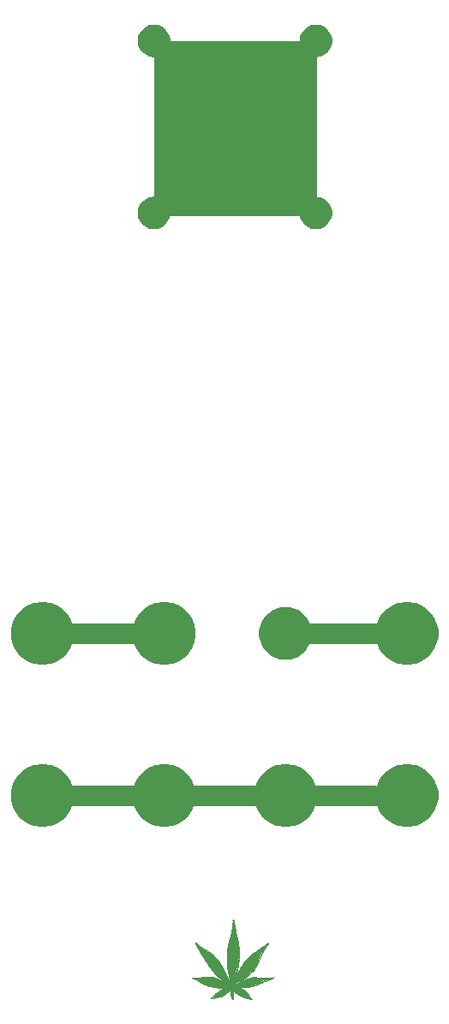
<source format=gbr>
G04 #@! TF.GenerationSoftware,KiCad,Pcbnew,(5.1.5-0)*
G04 #@! TF.CreationDate,2021-01-20T20:41:00-08:00*
G04 #@! TF.ProjectId,arseq,61727365-712e-46b6-9963-61645f706362,rev?*
G04 #@! TF.SameCoordinates,Original*
G04 #@! TF.FileFunction,Soldermask,Top*
G04 #@! TF.FilePolarity,Negative*
%FSLAX46Y46*%
G04 Gerber Fmt 4.6, Leading zero omitted, Abs format (unit mm)*
G04 Created by KiCad (PCBNEW (5.1.5-0)) date 2021-01-20 20:41:00*
%MOMM*%
%LPD*%
G04 APERTURE LIST*
%ADD10C,0.100000*%
%ADD11C,2.000000*%
%ADD12C,0.000002*%
%ADD13C,0.001000*%
G04 APERTURE END LIST*
D10*
G36*
X33750000Y-47500000D02*
G01*
X17750000Y-47500000D01*
X17750000Y-30250000D01*
X33750000Y-30250000D01*
X33750000Y-47500000D01*
G37*
X33750000Y-47500000D02*
X17750000Y-47500000D01*
X17750000Y-30250000D01*
X33750000Y-30250000D01*
X33750000Y-47500000D01*
D11*
X17750000Y-88750000D02*
X7750000Y-88750000D01*
X42000000Y-88750000D02*
X32000000Y-88750000D01*
X39500000Y-104750000D02*
X9500000Y-104750000D01*
D10*
G36*
X26160400Y-123747650D02*
G01*
X26712850Y-124027050D01*
X27039875Y-124354075D01*
X27174813Y-124584263D01*
X27406588Y-124854138D01*
X27100200Y-124770000D01*
X26846200Y-124693800D01*
X26668400Y-124630300D01*
X26293750Y-124496950D01*
X25934975Y-124303275D01*
X25674625Y-124017525D01*
X25550800Y-123855600D01*
X25614300Y-123893700D01*
X25588900Y-123830200D01*
X25652400Y-123658750D01*
X26160400Y-123747650D01*
G37*
X26160400Y-123747650D02*
X26712850Y-124027050D01*
X27039875Y-124354075D01*
X27174813Y-124584263D01*
X27406588Y-124854138D01*
X27100200Y-124770000D01*
X26846200Y-124693800D01*
X26668400Y-124630300D01*
X26293750Y-124496950D01*
X25934975Y-124303275D01*
X25674625Y-124017525D01*
X25550800Y-123855600D01*
X25614300Y-123893700D01*
X25588900Y-123830200D01*
X25652400Y-123658750D01*
X26160400Y-123747650D01*
G36*
X25366650Y-123766700D02*
G01*
X24998350Y-124198500D01*
X24560200Y-124471550D01*
X24179200Y-124611250D01*
X23429900Y-124776350D01*
X23912500Y-124249300D01*
X24306200Y-123982600D01*
X24674500Y-123779400D01*
X25144400Y-123703200D01*
X25169800Y-123703200D01*
X25366650Y-123766700D01*
G37*
X25366650Y-123766700D02*
X24998350Y-124198500D01*
X24560200Y-124471550D01*
X24179200Y-124611250D01*
X23429900Y-124776350D01*
X23912500Y-124249300D01*
X24306200Y-123982600D01*
X24674500Y-123779400D01*
X25144400Y-123703200D01*
X25169800Y-123703200D01*
X25366650Y-123766700D01*
G36*
X28573400Y-122738000D02*
G01*
X29005200Y-122763400D01*
X29583207Y-122773943D01*
X28903600Y-122928500D01*
X28471800Y-123119000D01*
X28128900Y-123334900D01*
X27709800Y-123500000D01*
X27176400Y-123588900D01*
X26731900Y-123614300D01*
X26154050Y-123595250D01*
X25576200Y-123576200D01*
X25512700Y-123500000D01*
X25728600Y-123436500D01*
X25735585Y-123385700D01*
X26051815Y-123258700D01*
X26585850Y-123030100D01*
X27138300Y-122826900D01*
X27532000Y-122712600D01*
X27976500Y-122712600D01*
X28573400Y-122738000D01*
G37*
X28573400Y-122738000D02*
X29005200Y-122763400D01*
X29583207Y-122773943D01*
X28903600Y-122928500D01*
X28471800Y-123119000D01*
X28128900Y-123334900D01*
X27709800Y-123500000D01*
X27176400Y-123588900D01*
X26731900Y-123614300D01*
X26154050Y-123595250D01*
X25576200Y-123576200D01*
X25512700Y-123500000D01*
X25728600Y-123436500D01*
X25735585Y-123385700D01*
X26051815Y-123258700D01*
X26585850Y-123030100D01*
X27138300Y-122826900D01*
X27532000Y-122712600D01*
X27976500Y-122712600D01*
X28573400Y-122738000D01*
G36*
X28560700Y-120083700D02*
G01*
X28319400Y-120579000D01*
X28116200Y-121036200D01*
X27855850Y-121556900D01*
X27582800Y-121912500D01*
X27271650Y-122325250D01*
X26801750Y-122718950D01*
X26300100Y-123055500D01*
X25195200Y-123652400D01*
X25220600Y-123322200D01*
X25525400Y-123271400D01*
X25773050Y-122833250D01*
X25988950Y-122369700D01*
X26154050Y-122039500D01*
X26338200Y-121747400D01*
X26503300Y-121429900D01*
X26782700Y-121074300D01*
X27062100Y-120756800D01*
X27392300Y-120464700D01*
X27735200Y-120236100D01*
X28116200Y-119982100D01*
X28509900Y-119715400D01*
X29043300Y-119321700D01*
X28560700Y-120083700D01*
G37*
X28560700Y-120083700D02*
X28319400Y-120579000D01*
X28116200Y-121036200D01*
X27855850Y-121556900D01*
X27582800Y-121912500D01*
X27271650Y-122325250D01*
X26801750Y-122718950D01*
X26300100Y-123055500D01*
X25195200Y-123652400D01*
X25220600Y-123322200D01*
X25525400Y-123271400D01*
X25773050Y-122833250D01*
X25988950Y-122369700D01*
X26154050Y-122039500D01*
X26338200Y-121747400D01*
X26503300Y-121429900D01*
X26782700Y-121074300D01*
X27062100Y-120756800D01*
X27392300Y-120464700D01*
X27735200Y-120236100D01*
X28116200Y-119982100D01*
X28509900Y-119715400D01*
X29043300Y-119321700D01*
X28560700Y-120083700D01*
G36*
X25715900Y-117950100D02*
G01*
X25817500Y-118432700D01*
X25931800Y-118889900D01*
X26014350Y-119220100D01*
X26077850Y-119601100D01*
X26122300Y-120121800D01*
X26122300Y-120655200D01*
X26071500Y-121239400D01*
X26008000Y-121760100D01*
X25865125Y-122255400D01*
X25566675Y-123271400D01*
X25353950Y-123220600D01*
X25119000Y-122306200D01*
X24945962Y-121442600D01*
X24961837Y-120655200D01*
X25014225Y-119994800D01*
X25176150Y-119220100D01*
X25411100Y-118407300D01*
X25538100Y-117632600D01*
X25601600Y-117111900D01*
X25715900Y-117950100D01*
G37*
X25715900Y-117950100D02*
X25817500Y-118432700D01*
X25931800Y-118889900D01*
X26014350Y-119220100D01*
X26077850Y-119601100D01*
X26122300Y-120121800D01*
X26122300Y-120655200D01*
X26071500Y-121239400D01*
X26008000Y-121760100D01*
X25865125Y-122255400D01*
X25566675Y-123271400D01*
X25353950Y-123220600D01*
X25119000Y-122306200D01*
X24945962Y-121442600D01*
X24961837Y-120655200D01*
X25014225Y-119994800D01*
X25176150Y-119220100D01*
X25411100Y-118407300D01*
X25538100Y-117632600D01*
X25601600Y-117111900D01*
X25715900Y-117950100D01*
G36*
X22096400Y-119524900D02*
G01*
X22413900Y-119766200D01*
X22979050Y-120083700D01*
X23575950Y-120515500D01*
X23950600Y-120896500D01*
X24350650Y-121461650D01*
X24947550Y-122642750D01*
X25246000Y-123207900D01*
X25258700Y-123220600D01*
X24928500Y-123246000D01*
X24826900Y-123195200D01*
X24471300Y-122947550D01*
X24064900Y-122579250D01*
X23734700Y-122230000D01*
X23379100Y-121798200D01*
X23099700Y-121379100D01*
X22909200Y-121125100D01*
X22655200Y-120667900D01*
X22401200Y-120299600D01*
X22159900Y-119880500D01*
X21880500Y-119321700D01*
X22096400Y-119524900D01*
G37*
X22096400Y-119524900D02*
X22413900Y-119766200D01*
X22979050Y-120083700D01*
X23575950Y-120515500D01*
X23950600Y-120896500D01*
X24350650Y-121461650D01*
X24947550Y-122642750D01*
X25246000Y-123207900D01*
X25258700Y-123220600D01*
X24928500Y-123246000D01*
X24826900Y-123195200D01*
X24471300Y-122947550D01*
X24064900Y-122579250D01*
X23734700Y-122230000D01*
X23379100Y-121798200D01*
X23099700Y-121379100D01*
X22909200Y-121125100D01*
X22655200Y-120667900D01*
X22401200Y-120299600D01*
X22159900Y-119880500D01*
X21880500Y-119321700D01*
X22096400Y-119524900D01*
G36*
X23502925Y-122703075D02*
G01*
X23839475Y-122798325D01*
X24103000Y-122890400D01*
X24801500Y-123296800D01*
X24831980Y-123324740D01*
X24839600Y-123309500D01*
X24839600Y-123322200D01*
X24831980Y-123324740D01*
X24750700Y-123487300D01*
X25144400Y-123627000D01*
X24934850Y-123652400D01*
X24541150Y-123677800D01*
X24064900Y-123677800D01*
X23620400Y-123614300D01*
X23137800Y-123500000D01*
X22744100Y-123385700D01*
X22337700Y-123157100D01*
X22020200Y-122928500D01*
X21613800Y-122801500D01*
X22261500Y-122750700D01*
X22794900Y-122712600D01*
X23258450Y-122706250D01*
X23502925Y-122703075D01*
G37*
X23502925Y-122703075D02*
X23839475Y-122798325D01*
X24103000Y-122890400D01*
X24801500Y-123296800D01*
X24831980Y-123324740D01*
X24839600Y-123309500D01*
X24839600Y-123322200D01*
X24831980Y-123324740D01*
X24750700Y-123487300D01*
X25144400Y-123627000D01*
X24934850Y-123652400D01*
X24541150Y-123677800D01*
X24064900Y-123677800D01*
X23620400Y-123614300D01*
X23137800Y-123500000D01*
X22744100Y-123385700D01*
X22337700Y-123157100D01*
X22020200Y-122928500D01*
X21613800Y-122801500D01*
X22261500Y-122750700D01*
X22794900Y-122712600D01*
X23258450Y-122706250D01*
X23502925Y-122703075D01*
G36*
X25500000Y-123284100D02*
G01*
X25288862Y-123477775D01*
X25507937Y-123573025D01*
X26258825Y-124115950D01*
X26077850Y-124211200D01*
X25500000Y-123754000D01*
X25512700Y-124846200D01*
X25398400Y-124706500D01*
X25392050Y-123817500D01*
X25436500Y-123817500D01*
X25055500Y-123601600D01*
X24769750Y-123449200D01*
X24934850Y-123169800D01*
X25500000Y-123284100D01*
G37*
X25500000Y-123284100D02*
X25288862Y-123477775D01*
X25507937Y-123573025D01*
X26258825Y-124115950D01*
X26077850Y-124211200D01*
X25500000Y-123754000D01*
X25512700Y-124846200D01*
X25398400Y-124706500D01*
X25392050Y-123817500D01*
X25436500Y-123817500D01*
X25055500Y-123601600D01*
X24769750Y-123449200D01*
X24934850Y-123169800D01*
X25500000Y-123284100D01*
D12*
X24979586Y-121596968D02*
X24986414Y-121663404D01*
X21560628Y-122785206D02*
G75*
G02X21562745Y-122780474I8833J-1112D01*
G01*
X21562745Y-122780475D02*
G75*
G02X21567170Y-122777659I6961J-6056D01*
G01*
X21567171Y-122777659D02*
G75*
G02X21576272Y-122775641I21302J-74534D01*
G01*
X21619176Y-122769928D02*
X21576272Y-122775641D01*
X21675382Y-122764579D02*
X21619176Y-122769928D01*
X21749523Y-122759059D02*
X21675382Y-122764579D01*
X21850810Y-122752773D02*
X21749523Y-122759059D01*
X21964250Y-122745535D02*
X21850810Y-122752773D01*
X22055159Y-122738329D02*
X21964250Y-122745535D01*
X22135946Y-122730142D02*
X22055159Y-122738329D01*
X22217522Y-122719967D02*
X22135946Y-122730142D01*
X22295588Y-122710763D02*
X22217522Y-122719967D01*
X22394548Y-122701810D02*
X22295588Y-122710763D01*
X22502731Y-122693949D02*
X22394548Y-122701810D01*
X22610022Y-122688039D02*
X22502731Y-122693949D01*
X22658893Y-122685783D02*
X22610022Y-122688039D01*
X22728084Y-122682592D02*
X22658893Y-122685783D01*
X22803746Y-122679104D02*
X22728084Y-122682592D01*
X22875022Y-122675821D02*
X22803746Y-122679104D01*
X23042892Y-122668843D02*
X22875022Y-122675821D01*
X23217753Y-122663052D02*
X23042892Y-122668843D01*
X23391324Y-122658069D02*
X23217753Y-122663052D01*
X23391324Y-122658069D02*
G75*
G02X23400393Y-122660507I462J-16364D01*
G01*
X23403889Y-122661762D02*
G75*
G02X23400393Y-122660507I1209J8867D01*
G01*
X23419388Y-122663775D02*
X23403889Y-122661762D01*
X23437771Y-122665819D02*
X23419388Y-122663775D01*
X23458715Y-122667713D02*
X23437771Y-122665819D01*
X24970054Y-121487481D02*
X24972649Y-121517124D01*
X26112378Y-123647086D02*
X26157522Y-123650622D01*
X26063537Y-123643388D02*
X26112378Y-123647086D01*
X26018194Y-123640058D02*
X26063537Y-123643388D01*
X25985022Y-123637755D02*
X26018194Y-123640058D01*
X25953615Y-123635486D02*
X25985022Y-123637755D01*
X25914584Y-123632326D02*
X25953615Y-123635486D01*
X25874606Y-123628849D02*
X25914584Y-123632326D01*
X25840022Y-123625579D02*
X25874606Y-123628849D01*
X25778512Y-123620402D02*
X25840022Y-123625579D01*
X25726901Y-123618134D02*
X25778512Y-123620402D01*
X24331364Y-121380665D02*
X24202584Y-121173051D01*
X24460123Y-121610277D02*
X24331364Y-121380665D01*
X25763811Y-123644985D02*
X25725611Y-123637712D01*
X25801820Y-123651668D02*
X25763811Y-123644985D01*
X25827522Y-123655429D02*
X25801820Y-123651668D01*
X25827522Y-123655429D02*
G75*
G02X25915850Y-123671576I-96572J-777952D01*
G01*
X26042223Y-123704860D02*
X25915850Y-123671576D01*
X26181550Y-123747366D02*
X26042223Y-123704860D01*
X26315022Y-123794009D02*
X26181550Y-123747366D01*
X26358649Y-123811046D02*
X26315022Y-123794009D01*
X26404637Y-123830487D02*
X26358649Y-123811046D01*
X26452079Y-123851930D02*
X26404637Y-123830487D01*
X26500085Y-123874987D02*
X26452079Y-123851930D01*
X26500085Y-123874988D02*
G75*
G02X26652408Y-123962179I-639105J-1293158D01*
G01*
X25100081Y-122347260D02*
X25102098Y-122357528D01*
X28120021Y-121015299D02*
G75*
G02X28119743Y-121016562I-3003J0D01*
G01*
X28111209Y-121034952D02*
X28119743Y-121016562D01*
X28101523Y-121055632D02*
X28111209Y-121034952D01*
X28090022Y-121079870D02*
X28101523Y-121055632D01*
X28078521Y-121104146D02*
X28090022Y-121079870D01*
X28068834Y-121124951D02*
X28078521Y-121104146D01*
X28060385Y-121143329D02*
X28068834Y-121124951D01*
X28060021Y-121144995D02*
G75*
G02X28060385Y-121143329I3995J0D01*
G01*
X28060021Y-121144995D02*
G75*
G02X28059292Y-121148297I-7840J0D01*
G01*
X28020677Y-121231421D02*
X28059292Y-121148297D01*
X27977758Y-121323339D02*
X28020677Y-121231421D01*
X27927442Y-121430277D02*
X27977758Y-121323339D01*
X27904537Y-121478174D02*
X27927442Y-121430277D01*
X27876801Y-121534980D02*
X27904537Y-121478174D01*
X27847730Y-121593998D02*
X27876801Y-121534980D01*
X27847731Y-121593997D02*
G75*
G02X27845022Y-121597777I-12801J6311D01*
G01*
X27843589Y-121599614D02*
G75*
G02X27845022Y-121597777I8150J-4881D01*
G01*
X27840177Y-121605418D02*
X27843588Y-121599615D01*
X27836238Y-121612435D02*
X27840177Y-121605418D01*
X27832041Y-121620277D02*
X27836238Y-121612435D01*
X27823008Y-121637116D02*
X27832041Y-121620277D01*
X27812309Y-121656309D02*
X27823008Y-121637116D01*
X27801117Y-121675799D02*
X27812309Y-121656309D01*
X27790563Y-121693576D02*
X27801117Y-121675799D01*
X27786359Y-121700601D02*
X27790563Y-121693576D01*
X27779895Y-121711546D02*
X27786359Y-121700601D01*
X27772630Y-121723921D02*
X27779895Y-121711546D01*
X27765538Y-121736076D02*
X27772630Y-121723921D01*
X27765539Y-121736076D02*
G75*
G02X27676513Y-121874537I-1594117J927112D01*
G01*
X27560765Y-122028716D02*
X27676513Y-121874537D01*
X27429379Y-122185115D02*
X27560765Y-122028716D01*
X27292561Y-122330767D02*
X27429379Y-122185115D01*
X27292561Y-122330767D02*
G75*
G02X27012462Y-122588051I-2992746J2977019D01*
G01*
X26702444Y-122826945D02*
X27012462Y-122588051D01*
X26346530Y-123058868D02*
X26702444Y-122826945D01*
X25927522Y-123295384D02*
X26346530Y-123058868D01*
X25907210Y-123306206D02*
X25927522Y-123295384D01*
X25883256Y-123319049D02*
X25907210Y-123306206D01*
X25859541Y-123331825D02*
X25883256Y-123319049D01*
X25840022Y-123342411D02*
X25859541Y-123331825D01*
X25822766Y-123351769D02*
X25840022Y-123342411D01*
X25806062Y-123360749D02*
X25822766Y-123351769D01*
X25791782Y-123368359D02*
X25806062Y-123360749D01*
X25784097Y-123372337D02*
X25791782Y-123368359D01*
X25767847Y-123382144D02*
G75*
G02X25784097Y-123372337I73169J-102870D01*
G01*
X25751467Y-123395234D02*
G75*
G02X25767847Y-123382145I125077J-139731D01*
G01*
X25738112Y-123408375D02*
G75*
G02X25751467Y-123395234I145858J-134885D01*
G01*
X25735021Y-123416267D02*
G75*
G02X25738111Y-123408375I11624J0D01*
G01*
X25735871Y-123419781D02*
G75*
G02X25735022Y-123416267I6849J3514D01*
G01*
X25738155Y-123421737D02*
G75*
G02X25735870Y-123419780I1247J3768D01*
G01*
X25742397Y-123422198D02*
G75*
G02X25738155Y-123421737I-1044J10127D01*
G01*
X25749641Y-123421103D02*
G75*
G02X25742398Y-123422199I-15184J75919D01*
G01*
X25768149Y-123415366D02*
G75*
G02X25749641Y-123421104I-36945J86448D01*
G01*
X25828992Y-123389023D02*
X25768149Y-123415366D01*
X25896972Y-123358528D02*
X25828992Y-123389023D01*
X25965022Y-123326643D02*
X25896972Y-123358528D01*
X25988044Y-123315656D02*
X25965022Y-123326643D01*
X26013850Y-123303400D02*
X25988044Y-123315656D01*
X26038478Y-123291750D02*
X26013850Y-123303400D01*
X26057522Y-123282798D02*
X26038478Y-123291750D01*
X26077497Y-123273393D02*
X26057522Y-123282798D01*
X26105600Y-123260054D02*
X26077497Y-123273393D01*
X26136247Y-123245444D02*
X26105600Y-123260054D01*
X26165022Y-123231661D02*
X26136247Y-123245444D01*
X26219936Y-123205361D02*
X26165022Y-123231661D01*
X26261702Y-123185535D02*
X26219936Y-123205361D01*
X26296707Y-123169148D02*
X26261702Y-123185535D01*
X26330022Y-123153816D02*
X26296707Y-123169148D01*
X26365354Y-123137574D02*
X26330022Y-123153816D01*
X26431774Y-123106749D02*
X26365354Y-123137574D01*
X26499694Y-123075132D02*
X26431774Y-123106749D01*
X26547522Y-123052733D02*
X26499694Y-123075132D01*
X26694502Y-122984657D02*
X26547522Y-123052733D01*
X26845333Y-122916903D02*
X26694502Y-122984657D01*
X26983653Y-122856658D02*
X26845333Y-122916903D01*
X27090022Y-122812680D02*
X26983653Y-122856658D01*
X27143337Y-122791611D02*
X27090022Y-122812680D01*
X27178135Y-122778359D02*
X27143337Y-122791611D01*
X27207932Y-122767769D02*
X27178135Y-122778359D01*
X27242522Y-122756289D02*
X27207932Y-122767769D01*
X27301620Y-122738467D02*
X27242522Y-122756289D01*
X27363071Y-122722384D02*
X27301620Y-122738467D01*
X27424574Y-122708597D02*
X27363071Y-122722384D01*
X27483822Y-122697669D02*
X27424574Y-122708597D01*
X27525789Y-122691782D02*
X27483822Y-122697669D01*
X27561324Y-122688975D02*
X27525789Y-122691782D01*
X27605896Y-122688261D02*
X27561324Y-122688975D01*
X27686322Y-122689370D02*
X27605896Y-122688261D01*
X27743234Y-122690735D02*
X27686322Y-122689370D01*
X27801607Y-122692737D02*
X27743234Y-122690735D01*
X27853546Y-122695032D02*
X27801607Y-122692737D01*
X27887522Y-122697267D02*
X27853546Y-122695032D01*
X27918287Y-122699702D02*
X27887522Y-122697267D01*
X27957662Y-122702627D02*
X27918287Y-122699702D01*
X27998691Y-122705545D02*
X27957662Y-122702627D01*
X28035022Y-122707990D02*
X27998691Y-122705545D01*
X28072057Y-122710418D02*
X28035022Y-122707990D01*
X28115318Y-122713293D02*
X28072057Y-122710418D01*
X28157867Y-122716150D02*
X28115318Y-122713293D01*
X28192522Y-122718510D02*
X28157867Y-122716150D01*
X28245145Y-122720680D02*
X28192522Y-122718510D01*
X28437897Y-122723130D02*
X28245145Y-122720680D01*
X28666132Y-122725346D02*
X28437897Y-122723130D01*
X28922522Y-122726997D02*
X28666132Y-122725346D01*
X29260194Y-122728974D02*
X28922522Y-122726997D01*
X29446598Y-122730953D02*
X29260194Y-122728974D01*
X29575267Y-122733028D02*
X29446598Y-122730953D01*
X29575267Y-122733028D02*
G75*
G02X29588772Y-122736729I-500J-28318D01*
G01*
X29588772Y-122736728D02*
G75*
G02X29597766Y-122745160I-13045J-22929D01*
G01*
X29597766Y-122745160D02*
G75*
G02X29600023Y-122755412I-12281J-8079D01*
G01*
X29600023Y-122755413D02*
G75*
G02X29594871Y-122765674I-18220J2725D01*
G01*
X29594870Y-122765673D02*
G75*
G02X29583207Y-122773943I-29662J29474D01*
G01*
X29583208Y-122773944D02*
G75*
G02X29565174Y-122781131I-63623J133418D01*
G01*
X29500776Y-122801805D02*
X29565174Y-122781131D01*
X29438093Y-122821392D02*
X29500776Y-122801805D01*
X29402522Y-122831377D02*
X29438093Y-122821392D01*
X29273171Y-122868169D02*
X29402522Y-122831377D01*
X29098786Y-122925203D02*
X29273171Y-122868169D01*
X28919767Y-122988251D02*
X29098786Y-122925203D01*
X28772522Y-123045274D02*
X28919767Y-122988251D01*
X28649199Y-123098078D02*
X28772522Y-123045274D01*
X28503927Y-123164591D02*
X28649199Y-123098078D01*
X28362600Y-123232490D02*
X28503927Y-123164591D01*
X28252522Y-123289199D02*
X28362600Y-123232490D01*
X28118504Y-123360433D02*
X28252522Y-123289199D01*
X28033440Y-123402696D02*
X28118504Y-123360433D01*
X27958987Y-123435131D02*
X28033440Y-123402696D01*
X27867522Y-123470178D02*
X27958987Y-123435131D01*
X27792423Y-123497307D02*
X27867522Y-123470178D01*
X27752851Y-123510723D02*
X27792423Y-123497307D01*
X27713400Y-123522598D02*
X27752851Y-123510723D01*
X27640022Y-123543034D02*
X27713400Y-123522598D01*
X27520804Y-123572545D02*
X27640022Y-123543034D01*
X27383620Y-123600279D02*
X27520804Y-123572545D01*
X27245884Y-123623156D02*
X27383620Y-123600279D01*
X27125022Y-123637838D02*
X27245884Y-123623156D01*
X27101013Y-123640138D02*
X27125022Y-123637838D01*
X27066506Y-123643487D02*
X27101013Y-123640138D01*
X27028547Y-123647195D02*
X27066506Y-123643487D01*
X26992522Y-123650739D02*
X27028547Y-123647195D01*
X26858935Y-123658145D02*
X26992522Y-123650739D01*
X26586190Y-123659806D02*
X26858935Y-123658145D01*
X26313070Y-123657895D02*
X26586190Y-123659806D01*
X26157522Y-123650622D02*
X26313070Y-123657895D01*
X25684700Y-123617876D02*
X25726901Y-123618134D01*
X25680021Y-123622584D02*
G75*
G02X25684700Y-123617876I4709J-1D01*
G01*
X25681145Y-123624719D02*
G75*
G02X25680022Y-123622585I1466J2134D01*
G01*
X25685529Y-123627293D02*
G75*
G02X25681144Y-123624719I15819J31971D01*
G01*
X24610636Y-121888155D02*
X24594341Y-121858062D01*
X24621221Y-121907777D02*
X24610636Y-121888155D01*
X26011249Y-122283226D02*
X25964982Y-122380277D01*
X26096807Y-122112328D02*
X26011249Y-122283226D01*
X26183548Y-121941636D02*
X26096807Y-122112328D01*
X26224269Y-121866527D02*
X26183548Y-121941636D01*
X26238678Y-121841366D02*
X26224269Y-121866527D01*
X26249929Y-121821636D02*
X26238678Y-121841366D01*
X26259609Y-121804555D02*
X26249929Y-121821636D01*
X26269048Y-121787777D02*
X26259609Y-121804555D01*
X26275983Y-121775624D02*
X26269048Y-121787777D01*
X26287590Y-121755731D02*
X26275983Y-121775624D01*
X26300976Y-121732985D02*
X26287590Y-121755731D01*
X26314458Y-121710277D02*
X26300976Y-121732985D01*
X26327575Y-121688268D02*
X26314458Y-121710277D01*
X26339864Y-121667624D02*
X26327575Y-121688268D01*
X26350197Y-121650243D02*
X26339864Y-121667624D01*
X26354889Y-121642307D02*
X26350197Y-121650243D01*
X26399259Y-121570233D02*
X26354889Y-121642307D01*
X26462393Y-121473837D02*
X26399259Y-121570233D01*
X26529939Y-121374271D02*
X26462393Y-121473837D01*
X26589543Y-121290277D02*
X26529939Y-121374271D01*
X26646819Y-121213641D02*
X26589543Y-121290277D01*
X26717177Y-121123061D02*
X26646819Y-121213641D01*
X26784639Y-121038542D02*
X26717177Y-121123061D01*
X26827847Y-120987777D02*
X26784639Y-121038542D01*
X28135064Y-120981889D02*
X28144416Y-120961958D01*
X28127187Y-120998945D02*
X28135064Y-120981889D01*
X28120294Y-121014044D02*
X28127187Y-120998945D01*
X28120022Y-121015299D02*
G75*
G02X28120294Y-121014044I3026J0D01*
G01*
X24575985Y-121824222D02*
X24558037Y-121791194D01*
X24594341Y-121858062D02*
X24575985Y-121824222D01*
X27412904Y-124882618D02*
G75*
G02X27412962Y-124890934I-10582J-4233D01*
G01*
X27412961Y-124890934D02*
G75*
G02X27410571Y-124893771I-5287J2029D01*
G01*
X27410571Y-124893771D02*
G75*
G02X27405675Y-124895933I-11328J19028D01*
G01*
X27405675Y-124895934D02*
G75*
G02X27398837Y-124897326I-10822J35655D01*
G01*
X27398838Y-124897325D02*
G75*
G02X27390414Y-124897777I-8424J78322D01*
G01*
X25893609Y-122541378D02*
X25885721Y-122560277D01*
X25920843Y-122479384D02*
X25893609Y-122541378D01*
X25947720Y-122418594D02*
X25920843Y-122479384D01*
X25964982Y-122380277D02*
X25947720Y-122418594D01*
X27390414Y-124897778D02*
G75*
G02X27375921Y-124896825I0J110737D01*
G01*
X27375921Y-124896825D02*
G75*
G02X27363016Y-124893965I9971J75534D01*
G01*
X27363016Y-124893965D02*
G75*
G02X27346281Y-124887761I53575J170197D01*
G01*
X27315022Y-124874046D02*
X27346281Y-124887761D01*
X27251838Y-124847762D02*
X27315022Y-124874046D01*
X27185736Y-124824319D02*
X27251838Y-124847762D01*
X27114120Y-124802862D02*
X27185736Y-124824319D01*
X27034294Y-124782548D02*
X27114120Y-124802862D01*
X26897606Y-124749292D02*
X27034294Y-124782548D01*
X24630128Y-121924323D02*
X24621221Y-121907777D01*
X24640235Y-121943074D02*
X24630128Y-121924323D01*
X25753305Y-122886243D02*
X25744490Y-122906661D01*
X25763179Y-122862378D02*
X25753305Y-122886243D01*
X25774497Y-122834151D02*
X25763179Y-122862378D01*
X25787768Y-122800277D02*
X25774497Y-122834151D01*
X25793655Y-122785324D02*
X25787768Y-122800277D01*
X25800109Y-122769333D02*
X25793655Y-122785324D01*
X25806173Y-122754627D02*
X25800109Y-122769333D01*
X26652408Y-123962178D02*
G75*
G02X26790509Y-124065987I-743206J-1132487D01*
G01*
X26790509Y-124065987D02*
G75*
G02X26908604Y-124181641I-808447J-943632D01*
G01*
X26908604Y-124181641D02*
G75*
G02X27001099Y-124304225I-691614J-618042D01*
G01*
X27093113Y-124447827D02*
X27001099Y-124304225D01*
X27158325Y-124544131D02*
X27093113Y-124447827D01*
X27219278Y-124626381D02*
X27158325Y-124544131D01*
X27294380Y-124720045D02*
X27219278Y-124626381D01*
X27337947Y-124772822D02*
X27294380Y-124720045D01*
X27351771Y-124789809D02*
X27337947Y-124772822D01*
X27362079Y-124803035D02*
X27351771Y-124789809D01*
X25134498Y-119270277D02*
X25120636Y-119320269D01*
X25810691Y-122744082D02*
X25806173Y-122754627D01*
X25814264Y-122735606D02*
X25810691Y-122744082D01*
X25817281Y-122727667D02*
X25814264Y-122735606D01*
X25819553Y-122720959D02*
X25817281Y-122727667D01*
X25820021Y-122717966D02*
G75*
G02X25819553Y-122720959I-9805J0D01*
G01*
X25820021Y-122717965D02*
G75*
G02X25820501Y-122714968I9600J-1D01*
G01*
X25822848Y-122708209D02*
X25820501Y-122714968D01*
X25825958Y-122700210D02*
X25822848Y-122708209D01*
X25829642Y-122691661D02*
X25825958Y-122700210D01*
X25843866Y-122659784D02*
X25829642Y-122691661D01*
X25852969Y-122638632D02*
X25843866Y-122659784D01*
X25859166Y-122623491D02*
X25852969Y-122638632D01*
X25860007Y-122619082D02*
G75*
G02X25859166Y-122623491I-11749J-43D01*
G01*
X25860007Y-122619082D02*
G75*
G02X25860459Y-122616632I6738J25D01*
G01*
X25863194Y-122609786D02*
X25860459Y-122616632D01*
X25866707Y-122601673D02*
X25863194Y-122609786D01*
X25870874Y-122592777D02*
X25866707Y-122601673D01*
X25875330Y-122583430D02*
X25870874Y-122592777D01*
X25879723Y-122573949D02*
X25875330Y-122583430D01*
X25883495Y-122565577D02*
X25879723Y-122573949D01*
X25885721Y-122560277D02*
X25883495Y-122565577D01*
X27377281Y-124823316D02*
X27362079Y-124803035D01*
X27393683Y-124846689D02*
X27377281Y-124823316D01*
X27393683Y-124846690D02*
G75*
G02X27405528Y-124866666I-194982J-129113D01*
G01*
X27405528Y-124866666D02*
G75*
G02X27412903Y-124882618I-148143J-78170D01*
G01*
X26837272Y-120977192D02*
X26827847Y-120987777D01*
X26857031Y-120954856D02*
X26837272Y-120977192D01*
X26880430Y-120928361D02*
X26857031Y-120954856D01*
X26905193Y-120900277D02*
X26880430Y-120928361D01*
X27013704Y-120783304D02*
X26905193Y-120900277D01*
X27146053Y-120652079D02*
X27013704Y-120783304D01*
X27277297Y-120530085D02*
X27146053Y-120652079D01*
X27380250Y-120444220D02*
X27277297Y-120530085D01*
X27467428Y-120378727D02*
X27380250Y-120444220D01*
X27546415Y-120323278D02*
X27467428Y-120378727D01*
X27648457Y-120256351D02*
X27546415Y-120323278D01*
X27827522Y-120142769D02*
X27648457Y-120256351D01*
X27889629Y-120103344D02*
X27827522Y-120142769D01*
X27956365Y-120060469D02*
X27889629Y-120103344D01*
X28017965Y-120020471D02*
X27956365Y-120060469D01*
X28062522Y-119990991D02*
X28017965Y-120020471D01*
X28197222Y-119899298D02*
X28062522Y-119990991D01*
X28320866Y-119812251D02*
X28197222Y-119899298D01*
X28468690Y-119704774D02*
X28320866Y-119812251D01*
X28690022Y-119540957D02*
X28468690Y-119704774D01*
X28733928Y-119508350D02*
X28690022Y-119540957D01*
X28776959Y-119476446D02*
X28733928Y-119508350D01*
X28814011Y-119449020D02*
X28776959Y-119476446D01*
X28835022Y-119433543D02*
X28814011Y-119449020D01*
X28851209Y-119421646D02*
X28835022Y-119433543D01*
X28868850Y-119408643D02*
X28851209Y-119421646D01*
X28885320Y-119396471D02*
X28868850Y-119408643D01*
X28897522Y-119387414D02*
X28885320Y-119396471D01*
X28937477Y-119359270D02*
X28897522Y-119387414D01*
X28992952Y-119323208D02*
X28937477Y-119359270D01*
X29049438Y-119287759D02*
X28992952Y-119323208D01*
X29049438Y-119287760D02*
G75*
G02X29064761Y-119281269I28471J-45884D01*
G01*
X29064761Y-119281268D02*
G75*
G02X29077504Y-119279947I10974J-43717D01*
G01*
X29077504Y-119279947D02*
G75*
G02X29084070Y-119284069I-305J-7776D01*
G01*
X29084070Y-119284070D02*
G75*
G02X29084527Y-119292656I-8997J-4784D01*
G01*
X29084527Y-119292655D02*
G75*
G02X29077667Y-119305539I-63438J25510D01*
G01*
X29065329Y-119322507D02*
X29077667Y-119305539D01*
X29045976Y-119346851D02*
X29065329Y-119322507D01*
X29026429Y-119370518D02*
X29045976Y-119346851D01*
X29026429Y-119370517D02*
G75*
G02X29016963Y-119380277I-72727J61071D01*
G01*
X28999895Y-119398072D02*
G75*
G02X29016963Y-119380277I123500J-101373D01*
G01*
X28945948Y-119464257D02*
X28999895Y-119398072D01*
X28891922Y-119531904D02*
X28945948Y-119464257D01*
X28851038Y-119585277D02*
X28891922Y-119531904D01*
X28774034Y-119693698D02*
X28851038Y-119585277D01*
X28713980Y-119789678D02*
X28774034Y-119693698D01*
X28648409Y-119910452D02*
X28713980Y-119789678D01*
X28545463Y-120115277D02*
X28648409Y-119910452D01*
X28512314Y-120182396D02*
X28545463Y-120115277D01*
X28482337Y-120243418D02*
X28512314Y-120182396D01*
X28457300Y-120294652D02*
X28482337Y-120243418D01*
X28448740Y-120312777D02*
X28457300Y-120294652D01*
X28433870Y-120344997D02*
X28448740Y-120312777D01*
X28398656Y-120420485D02*
X28433870Y-120344997D01*
X28363434Y-120495815D02*
X28398656Y-120420485D01*
X28342505Y-120540277D02*
X28363434Y-120495815D01*
X28336270Y-120553483D02*
X28342505Y-120540277D01*
X28326572Y-120574090D02*
X28336270Y-120553483D01*
X28315623Y-120597387D02*
X28326572Y-120574090D01*
X28304881Y-120620277D02*
X28315623Y-120597387D01*
X28252656Y-120731614D02*
X28304881Y-120620277D01*
X28205466Y-120832138D02*
X28252656Y-120731614D01*
X28166565Y-120914935D02*
X28205466Y-120832138D01*
X28144416Y-120961958D02*
X28166565Y-120914935D01*
X24956089Y-120270173D02*
X24950432Y-120347777D01*
X24991414Y-119934273D02*
X24989359Y-119951746D01*
X24999812Y-121775277D02*
X25002112Y-121791881D01*
X22720022Y-123404199D02*
X22785345Y-123431444D01*
X22672193Y-123382386D02*
X22720022Y-123404199D01*
X22596008Y-123345116D02*
X22672193Y-123382386D01*
X22513874Y-123304229D02*
X22596008Y-123345116D01*
X23458715Y-122667712D02*
G75*
G02X23537077Y-122677867I-68767J-838110D01*
G01*
X23634167Y-122697547D02*
X23537077Y-122677867D01*
X23738541Y-122723880D02*
X23634167Y-122697547D01*
X23840022Y-122754629D02*
X23738541Y-122723880D01*
X23911345Y-122778648D02*
X23840022Y-122754629D01*
X23962918Y-122797344D02*
X23911345Y-122778648D01*
X24014767Y-122818060D02*
X23962918Y-122797344D01*
X24087522Y-122848978D02*
X24014767Y-122818060D01*
X24136095Y-122871297D02*
X24087522Y-122848978D01*
X24222054Y-122913707D02*
X24136095Y-122871297D01*
X24307800Y-122957003D02*
X24222054Y-122913707D01*
X24357522Y-122983724D02*
X24307800Y-122957003D01*
X24374485Y-122993290D02*
X24357522Y-122983724D01*
X24392381Y-123003359D02*
X24374485Y-122993290D01*
X24408665Y-123012503D02*
X24392381Y-123003359D01*
X24420022Y-123018855D02*
X24408665Y-123012503D01*
X24467579Y-123046350D02*
X24420022Y-123018855D01*
X24529264Y-123083880D02*
X24467579Y-123046350D01*
X24594127Y-123124579D02*
X24529264Y-123083880D01*
X24652522Y-123162529D02*
X24594127Y-123124579D01*
X24769621Y-123239782D02*
X24652522Y-123162529D01*
X24784217Y-123242895D02*
G75*
G02X24769621Y-123239782I-3296J20324D01*
G01*
X24785880Y-123236626D02*
G75*
G02X24784217Y-123242894I-2231J-2763D01*
G01*
X24686635Y-123156997D02*
X24785879Y-123236626D01*
X24576355Y-123068615D02*
X24686635Y-123156997D01*
X24455655Y-122971064D02*
X24576355Y-123068615D01*
X24346190Y-122882022D02*
X24455655Y-122971064D01*
X24297522Y-122841366D02*
X24346190Y-122882022D01*
X24060218Y-122628564D02*
X24297522Y-122841366D01*
X23831976Y-122403889D02*
X24060218Y-122628564D01*
X23626302Y-122181368D02*
X23831976Y-122403889D01*
X23457522Y-121975413D02*
X23626302Y-122181368D01*
X23447035Y-121961730D02*
X23457522Y-121975413D01*
X23430933Y-121940881D02*
X23447035Y-121961730D01*
X23412804Y-121917489D02*
X23430933Y-121940881D01*
X23395094Y-121894720D02*
X23412804Y-121917489D01*
X23350771Y-121836679D02*
X23395094Y-121894720D01*
X23298022Y-121765362D02*
X23350771Y-121836679D01*
X23243294Y-121689659D02*
X23298022Y-121765362D01*
X23192611Y-121617777D02*
X23243294Y-121689659D01*
X23115794Y-121505183D02*
X23192611Y-121617777D01*
X23003314Y-121336047D02*
X23115794Y-121505183D01*
X22892960Y-121168079D02*
X23003314Y-121336047D01*
X22827810Y-121065811D02*
X22892960Y-121168079D01*
X22812852Y-121041839D02*
X22827810Y-121065811D01*
X22793501Y-121011028D02*
X22812852Y-121041839D01*
X22773210Y-120978853D02*
X22793501Y-121011028D01*
X22755098Y-120950277D02*
X22773210Y-120978853D01*
X22732466Y-120914465D02*
X22755098Y-120950277D01*
X22694344Y-120853699D02*
X22732466Y-120914465D01*
X22650478Y-120783586D02*
X22694344Y-120853699D01*
X22606299Y-120712777D02*
X22650478Y-120783586D01*
X22563762Y-120644522D02*
X22606299Y-120712777D01*
X22524866Y-120582137D02*
X22563762Y-120644522D01*
X22492249Y-120529846D02*
X22524866Y-120582137D01*
X22480010Y-120510277D02*
X22492249Y-120529846D01*
X22437630Y-120441590D02*
X22480010Y-120510277D01*
X22367790Y-120326106D02*
X22437630Y-120441590D01*
X22297729Y-120209490D02*
X22367790Y-120326106D01*
X22272165Y-120165277D02*
X22297729Y-120209490D01*
X22269328Y-120160248D02*
X22272165Y-120165277D01*
X22265217Y-120153074D02*
X22269328Y-120160248D01*
X22260674Y-120145211D02*
X22265217Y-120153074D01*
X22256342Y-120137777D02*
X22260674Y-120145211D01*
X22227044Y-120087083D02*
X22256342Y-120137777D01*
X22168968Y-119985057D02*
X22227044Y-120087083D01*
X22110346Y-119881702D02*
X22168968Y-119985057D01*
X22088754Y-119842777D02*
X22110346Y-119881702D01*
X22079351Y-119825536D02*
X22088754Y-119842777D01*
X22067835Y-119804543D02*
X22079351Y-119825536D01*
X22056140Y-119783314D02*
X22067835Y-119804543D01*
X22046150Y-119765277D02*
X22056140Y-119783314D01*
X22017394Y-119710797D02*
X22046150Y-119765277D01*
X21962647Y-119600518D02*
X22017394Y-119710797D01*
X21902078Y-119477345D02*
X21962647Y-119600518D01*
X21902079Y-119477345D02*
G75*
G02X21900022Y-119468491I18028J8854D01*
G01*
X21899530Y-119465636D02*
G75*
G02X21900022Y-119468491I-8045J-2855D01*
G01*
X21897209Y-119459477D02*
X21899530Y-119465636D01*
X21894113Y-119452210D02*
X21897209Y-119459477D01*
X21890446Y-119444500D02*
X21894113Y-119452210D01*
X21890446Y-119444500D02*
G75*
G02X21875567Y-119410779I353949J176315D01*
G01*
X21862376Y-119372674D02*
X21875567Y-119410779D01*
X21852797Y-119337022D02*
X21862376Y-119372674D01*
X21852798Y-119337021D02*
G75*
G02X21850022Y-119312709I105091J24312D01*
G01*
X21850022Y-119312709D02*
G75*
G02X21852313Y-119301889I26694J0D01*
G01*
X21852313Y-119301889D02*
G75*
G02X21858734Y-119293767I19006J-8428D01*
G01*
X21858734Y-119293767D02*
G75*
G02X21868045Y-119289963I11741J-15439D01*
G01*
X21868045Y-119289963D02*
G75*
G02X21878409Y-119291121I2783J-22042D01*
G01*
X24799378Y-123249505D02*
G75*
G02X24807816Y-123255118I-42084J-72409D01*
G01*
X24793690Y-123248010D02*
G75*
G02X24799378Y-123249505I137J-11046D01*
G01*
X24792163Y-123250169D02*
G75*
G02X24793690Y-123248010I1547J525D01*
G01*
X24795021Y-123255277D02*
G75*
G02X24792163Y-123250169I12406J10295D01*
G01*
X24798004Y-123258135D02*
G75*
G02X24795022Y-123255277I10995J14458D01*
G01*
X24801808Y-123260528D02*
G75*
G02X24798004Y-123258136I11528J22553D01*
G01*
X24805813Y-123262133D02*
G75*
G02X24801808Y-123260528I6762J22671D01*
G01*
X24809384Y-123262619D02*
G75*
G02X24805813Y-123262133I-229J11691D01*
G01*
X24813439Y-123262263D02*
G75*
G02X24809384Y-123262618I-4642J29680D01*
G01*
X24814221Y-123261131D02*
G75*
G02X24813438Y-123262263I-929J-194D01*
G01*
X24813100Y-123259282D02*
G75*
G02X24814221Y-123261131I-2062J-2515D01*
G01*
X24807816Y-123255118D02*
X24813100Y-123259282D01*
X25582574Y-117069496D02*
G75*
G02X25591771Y-117060571I24520J-16067D01*
G01*
X25591771Y-117060571D02*
G75*
G02X25602879Y-117057745I10107J-16484D01*
G01*
X25602879Y-117057745D02*
G75*
G02X25613607Y-117061707I-996J-19203D01*
G01*
X25613606Y-117061707D02*
G75*
G02X25621759Y-117071527I-17650J-22947D01*
G01*
X25621760Y-117071527D02*
G75*
G02X25633695Y-117104885I-124673J-63421D01*
G01*
X25649153Y-117180779D02*
X25633695Y-117104885D01*
X25666249Y-117280893D02*
X25649153Y-117180779D01*
X25684771Y-117407777D02*
X25666249Y-117280893D01*
X25689195Y-117439649D02*
X25684771Y-117407777D01*
X25693664Y-117471324D02*
X25689195Y-117439649D01*
X25697609Y-117498853D02*
X25693664Y-117471324D01*
X25700058Y-117515277D02*
X25697609Y-117498853D01*
X25702198Y-117529274D02*
X25700058Y-117515277D01*
X25704846Y-117546746D02*
X25702198Y-117529274D01*
X25707550Y-117564693D02*
X25704846Y-117546746D01*
X25709879Y-117580277D02*
X25707550Y-117564693D01*
X25750474Y-117845675D02*
X25709879Y-117580277D01*
X25782146Y-118033530D02*
X25750474Y-117845675D01*
X25812899Y-118191341D02*
X25782146Y-118033530D01*
X25849454Y-118355379D02*
X25812899Y-118191341D01*
X25874492Y-118458731D02*
X25849454Y-118355379D01*
X25906786Y-118586990D02*
X25874492Y-118458731D01*
X25938947Y-118712230D02*
X25906786Y-118586990D01*
X25949546Y-118747777D02*
X25938947Y-118712230D01*
X25951577Y-118754390D02*
X25949546Y-118747777D01*
X25954324Y-118764684D02*
X25951577Y-118754390D01*
X25957226Y-118776332D02*
X25954324Y-118764684D01*
X25959866Y-118787777D02*
X25957226Y-118776332D01*
X25962509Y-118799406D02*
X25959866Y-118787777D01*
X25965418Y-118811606D02*
X25962509Y-118799406D01*
X25968167Y-118822654D02*
X25965418Y-118811606D01*
X25970219Y-118830277D02*
X25968167Y-118822654D01*
X25991211Y-118911306D02*
X25970219Y-118830277D01*
X26020319Y-119039530D02*
X25991211Y-118911306D01*
X26047583Y-119167148D02*
X26020319Y-119039530D01*
X26060471Y-119240277D02*
X26047583Y-119167148D01*
X26062659Y-119254272D02*
X26060471Y-119240277D01*
X26065675Y-119271746D02*
X26062659Y-119254272D01*
X26068972Y-119289692D02*
X26065675Y-119271746D01*
X26072053Y-119305277D02*
X26068972Y-119289692D01*
X26083969Y-119371401D02*
X26072053Y-119305277D01*
X26098521Y-119470705D02*
X26083969Y-119371401D01*
X26113047Y-119582002D02*
X26098521Y-119470705D01*
X26125375Y-119690277D02*
X26113047Y-119582002D01*
X26133692Y-119777355D02*
X26125375Y-119690277D01*
X26141238Y-119873355D02*
X26133692Y-119777355D01*
X26149412Y-119996795D02*
X26141238Y-119873355D01*
X26159993Y-120175277D02*
X26149412Y-119996795D01*
X26164428Y-120311801D02*
X26159993Y-120175277D01*
X26163207Y-120473699D02*
X26164428Y-120311801D01*
D13*
X26156205Y-120680188D02*
X26163207Y-120473699D01*
X26142243Y-120960277D02*
X26156205Y-120680188D01*
D12*
X26138309Y-121013260D02*
X26142243Y-120960277D01*
X26129073Y-121107488D02*
X26138309Y-121013260D01*
X26118702Y-121204897D02*
X26129073Y-121107488D01*
X26109856Y-121277777D02*
X26118702Y-121204897D01*
X26107613Y-121295020D02*
X26109856Y-121277777D01*
X26104937Y-121316012D02*
X26107613Y-121295020D01*
X26102271Y-121337241D02*
X26104937Y-121316012D01*
X26100050Y-121355277D02*
X26102271Y-121337241D01*
X26097806Y-121372962D02*
X26100050Y-121355277D01*
X26095075Y-121393074D02*
X26097806Y-121372962D01*
X26092299Y-121412476D02*
X26095075Y-121393074D01*
X26089942Y-121427777D02*
X26092299Y-121412476D01*
X26087622Y-121442744D02*
X26089942Y-121427777D01*
X26084972Y-121461012D02*
X26087622Y-121442744D01*
X26082418Y-121479518D02*
X26084972Y-121461012D01*
X26080389Y-121495277D02*
X26082418Y-121479518D01*
X26061335Y-121617675D02*
X26080389Y-121495277D01*
X26021650Y-121819623D02*
X26061335Y-121617675D01*
X25978766Y-122021371D02*
X26021650Y-121819623D01*
X25947485Y-122145277D02*
X25978766Y-122021371D01*
X25944512Y-122155948D02*
X25947485Y-122145277D01*
X25941467Y-122167340D02*
X25944512Y-122155948D01*
X25938776Y-122177807D02*
X25941467Y-122167340D01*
X25936995Y-122185277D02*
X25938776Y-122177807D01*
X25927390Y-122223770D02*
X25936995Y-122185277D01*
X25897648Y-122331388D02*
X25927390Y-122223770D01*
X25867938Y-122437284D02*
X25897648Y-122331388D01*
X25850778Y-122495277D02*
X25867938Y-122437284D01*
X25846460Y-122509274D02*
X25850778Y-122495277D01*
X25841080Y-122526746D02*
X25846460Y-122509274D01*
X25835561Y-122544693D02*
X25841080Y-122526746D01*
X25830776Y-122560277D02*
X25835561Y-122544693D01*
X25813681Y-122614093D02*
X25830776Y-122560277D01*
X25782504Y-122708295D02*
X25813681Y-122614093D01*
X25749871Y-122805470D02*
X25782504Y-122708295D01*
X25724966Y-122877777D02*
X25749871Y-122805470D01*
X25714918Y-122906638D02*
X25724966Y-122877777D01*
X25705745Y-122933387D02*
X25714918Y-122906638D01*
X25698156Y-122955862D02*
X25705745Y-122933387D01*
X25695217Y-122965277D02*
X25698156Y-122955862D01*
X25692515Y-122974002D02*
X25695217Y-122965277D01*
X25686887Y-122990861D02*
X25692515Y-122974002D01*
X25680133Y-123010670D02*
X25686887Y-122990861D01*
X25672951Y-123031307D02*
X25680133Y-123010670D01*
X25655426Y-123084707D02*
X25672951Y-123031307D01*
X25655298Y-123104677D02*
G75*
G02X25655426Y-123084707I33535J9771D01*
G01*
X25662456Y-123105327D02*
G75*
G02X25655299Y-123104677I-3451J1730D01*
G01*
X25682120Y-123062777D02*
X25662455Y-123105327D01*
X25688098Y-123048783D02*
X25682120Y-123062777D01*
X25694664Y-123033598D02*
X25688098Y-123048783D01*
X25700839Y-123019472D02*
X25694664Y-123033598D01*
X25705464Y-123009082D02*
X25700839Y-123019472D01*
X25709124Y-123000664D02*
X25705464Y-123009082D01*
X25712214Y-122992904D02*
X25709124Y-123000664D01*
X25714584Y-122986362D02*
X25712214Y-122992904D01*
X25715021Y-122983771D02*
G75*
G02X25714584Y-122986362I-7897J0D01*
G01*
X25715021Y-122983771D02*
G75*
G02X25715482Y-122981197I7424J0D01*
G01*
X25717959Y-122974785D02*
X25715482Y-122981197D01*
X25721191Y-122967186D02*
X25717959Y-122974785D01*
X25725022Y-122958958D02*
X25721191Y-122967186D01*
X25728851Y-122950659D02*
X25725022Y-122958958D01*
X25732084Y-122942840D02*
X25728851Y-122950659D01*
X25734508Y-122936216D02*
X25732084Y-122942840D01*
X25735021Y-122933153D02*
G75*
G02X25734508Y-122936216I-9398J0D01*
G01*
X25735022Y-122933153D02*
G75*
G02X25735503Y-122930064I10154J0D01*
G01*
X25737803Y-122923264D02*
X25735503Y-122930064D01*
X25740864Y-122915223D02*
X25737803Y-122923264D01*
X25744490Y-122906661D02*
X25740864Y-122915223D01*
X24514682Y-121708855D02*
X24510103Y-121700347D01*
X24514682Y-121708855D02*
G75*
G02X24515022Y-121710212I-2538J-1357D01*
G01*
X24504695Y-121690555D02*
X24498277Y-121679295D01*
X24510103Y-121700347D02*
X24504695Y-121690555D01*
X22513874Y-123304228D02*
G75*
G02X22505022Y-123297537I13556J27135D01*
G01*
X22503092Y-123295897D02*
G75*
G02X22505022Y-123297537I-5453J-8377D01*
G01*
X22495912Y-123291285D02*
X22503091Y-123295898D01*
X22487281Y-123285930D02*
X22495912Y-123291285D01*
X22477522Y-123280101D02*
X22487281Y-123285930D01*
X22467356Y-123274103D02*
X22477522Y-123280101D01*
X22457487Y-123268234D02*
X22467356Y-123274103D01*
X22449047Y-123263177D02*
X22457487Y-123268234D01*
X22444424Y-123260341D02*
X22449047Y-123263177D01*
X22440259Y-123257797D02*
X22444424Y-123260341D01*
X22434094Y-123254150D02*
X22440259Y-123257797D01*
X22427233Y-123250155D02*
X22434094Y-123254150D01*
X22420629Y-123246375D02*
X22427233Y-123250155D01*
X22420629Y-123246375D02*
G75*
G02X22410474Y-123239975I63669J112281D01*
G01*
X22382016Y-123220005D02*
X22410474Y-123239975D01*
X22348261Y-123195940D02*
X22382016Y-123220005D01*
X22311226Y-123169103D02*
X22348261Y-123195940D01*
X22133114Y-123046773D02*
X22311226Y-123169103D01*
X21986099Y-122963678D02*
G75*
G02X22133114Y-123046773I-631554J-1288984D01*
G01*
X21826951Y-122896610D02*
G75*
G02X21986098Y-122963679I-510715J-1434241D01*
G01*
X21608826Y-122824954D02*
X21826951Y-122896611D01*
X21576926Y-122815042D02*
X21608826Y-122824954D01*
X21576927Y-122815042D02*
G75*
G02X21566329Y-122810106I14167J44263D01*
G01*
X21566329Y-122810106D02*
G75*
G02X21561681Y-122804159I5938J9430D01*
G01*
X21561681Y-122804159D02*
G75*
G02X21560076Y-122794254I30438J10015D01*
G01*
X21560076Y-122794254D02*
G75*
G02X21560628Y-122785206I70514J241D01*
G01*
X26785632Y-124719595D02*
X26897606Y-124749292D01*
X26698054Y-124693690D02*
X26785632Y-124719595D01*
X26698055Y-124693690D02*
G75*
G02X26642522Y-124673101I169046J541143D01*
G01*
X26637486Y-124671027D02*
X26642522Y-124673101D01*
X26630318Y-124668265D02*
X26637486Y-124671027D01*
X26622455Y-124665344D02*
X26630318Y-124668265D01*
X26615022Y-124662696D02*
X26622455Y-124665344D01*
X26607177Y-124659863D02*
X26615022Y-124662696D01*
X26598034Y-124656363D02*
X26607177Y-124659863D01*
X26589059Y-124652778D02*
X26598034Y-124656363D01*
X26581766Y-124649691D02*
X26589059Y-124652778D01*
X26575511Y-124647043D02*
X26581766Y-124649691D01*
X26569752Y-124644808D02*
X26575511Y-124647043D01*
X26564899Y-124643092D02*
X26569752Y-124644808D01*
X26562993Y-124642777D02*
G75*
G02X26564899Y-124643092I0J-5933D01*
G01*
X26562993Y-124642778D02*
G75*
G02X26559189Y-124642029I0J10037D01*
G01*
X26464667Y-124603305D02*
X26559189Y-124642029D01*
X26381032Y-124568860D02*
X26464667Y-124603305D01*
X26335022Y-124549343D02*
X26381032Y-124568860D01*
X26284226Y-124526283D02*
X26335022Y-124549343D01*
X26214035Y-124492512D02*
X26284226Y-124526283D01*
X26146005Y-124458811D02*
X26214035Y-124492512D01*
X26110022Y-124439386D02*
X26146005Y-124458811D01*
X26084250Y-124424488D02*
X26110022Y-124439386D01*
X26065712Y-124413819D02*
X26084250Y-124424488D01*
X26052040Y-124406010D02*
X26065712Y-124413819D01*
X26042522Y-124400665D02*
X26052040Y-124406010D01*
X26002423Y-124376144D02*
X26042522Y-124400665D01*
X25952352Y-124341071D02*
X26002423Y-124376144D01*
X25899465Y-124300893D02*
X25952352Y-124341071D01*
X25850022Y-124260105D02*
X25899465Y-124300893D01*
X25850022Y-124260106D02*
G75*
G02X25770238Y-124183873I695822J808099D01*
G01*
X25770238Y-124183873D02*
G75*
G02X25698595Y-124099661I781638J737557D01*
G01*
X25698596Y-124099661D02*
G75*
G02X25635002Y-124007259I878955J673003D01*
G01*
X25635001Y-124007258D02*
G75*
G02X25579292Y-123906527I1044989J643704D01*
G01*
X25566672Y-123882136D02*
X25579292Y-123906527D01*
X25558836Y-123871479D02*
G75*
G02X25566672Y-123882136I-34612J-33661D01*
G01*
X25552757Y-123869559D02*
G75*
G02X25558835Y-123871478I1254J-6611D01*
G01*
X25547112Y-123873439D02*
G75*
G02X25552758Y-123869558I7228J-4468D01*
G01*
X25545653Y-123878424D02*
G75*
G02X25547112Y-123873440I9773J-154D01*
G01*
X25543420Y-124021549D02*
X25545654Y-123878424D01*
X25541301Y-124181187D02*
X25543420Y-124021549D01*
X25539456Y-124369690D02*
X25541301Y-124181187D01*
X25537665Y-124558576D02*
X25539456Y-124369690D01*
X25535717Y-124719472D02*
X25537665Y-124558576D01*
X25533721Y-124862425D02*
X25535717Y-124719472D01*
X25533721Y-124862424D02*
G75*
G02X25532565Y-124871527I-41009J581D01*
G01*
X25532565Y-124871527D02*
G75*
G02X25531012Y-124875830I-20606J5007D01*
G01*
X25531011Y-124875830D02*
G75*
G02X25528627Y-124879473I-15676J7660D01*
G01*
X25528628Y-124879473D02*
G75*
G02X25525815Y-124881944I-9855J8380D01*
G01*
X25525814Y-124881943D02*
G75*
G02X25522998Y-124882777I-2816J4339D01*
G01*
X25522998Y-124882778D02*
G75*
G02X25518527Y-124881046I0J6637D01*
G01*
X25495478Y-124859837D02*
X25518527Y-124881046D01*
X25469013Y-124834616D02*
X25495478Y-124859837D01*
X25438906Y-124804683D02*
X25469013Y-124834616D01*
X25361648Y-124726588D02*
X25438906Y-124804683D01*
X25358335Y-124426359D02*
X25361648Y-124726588D01*
X25357066Y-124301023D02*
X25358335Y-124426359D01*
X25355995Y-124172704D02*
X25357066Y-124301023D01*
X25355237Y-124058674D02*
X25355995Y-124172704D01*
X25355022Y-123984454D02*
X25355237Y-124058674D01*
X25354720Y-123923849D02*
X25355022Y-123984454D01*
X25353728Y-123879717D02*
X25354720Y-123923849D01*
X25352369Y-123844990D02*
X25353728Y-123879717D01*
X25350060Y-123842777D02*
G75*
G02X25352369Y-123844990I-1J-2312D01*
G01*
X25347054Y-123844088D02*
G75*
G02X25350059Y-123842777I3005J-2787D01*
G01*
X25336630Y-123855560D02*
X25347055Y-123844089D01*
X25324618Y-123869615D02*
X25336630Y-123855560D01*
X25311309Y-123886292D02*
X25324618Y-123869615D01*
X25219679Y-123996929D02*
X25311309Y-123886292D01*
X25121336Y-124101497D02*
X25219679Y-123996929D01*
X25022618Y-124193723D02*
X25121336Y-124101497D01*
X25022618Y-124193723D02*
G75*
G02X24930022Y-124266907I-785138J898227D01*
G01*
X24793872Y-124357727D02*
X24930022Y-124266907D01*
X24660543Y-124434003D02*
X24793872Y-124357727D01*
X24520115Y-124500989D02*
X24660543Y-124434003D01*
X24362522Y-124563854D02*
X24520115Y-124500989D01*
X24306592Y-124583017D02*
X24362522Y-124563854D01*
X24214001Y-124612067D02*
X24306592Y-124583017D01*
X24120530Y-124640489D02*
X24214001Y-124612067D01*
X24120531Y-124640489D02*
G75*
G02X24085022Y-124649348I-111894J372905D01*
G01*
X24075788Y-124651427D02*
X24085022Y-124649348D01*
X24026256Y-124663853D02*
X24075788Y-124651427D01*
X23968574Y-124678414D02*
X24026256Y-124663853D01*
X23902522Y-124695214D02*
X23968574Y-124678414D01*
X23835223Y-124712309D02*
X23902522Y-124695214D01*
X23773647Y-124727802D02*
X23835223Y-124712309D01*
X23722000Y-124740673D02*
X23773647Y-124727802D01*
X23702522Y-124745258D02*
X23722000Y-124740673D01*
X23689392Y-124748201D02*
X23702522Y-124745258D01*
X23674725Y-124751527D02*
X23689392Y-124748201D01*
X23660765Y-124754724D02*
X23674725Y-124751527D01*
X23650022Y-124757222D02*
X23660765Y-124754724D01*
X23626495Y-124762411D02*
X23650022Y-124757222D01*
X23569890Y-124774006D02*
X23626495Y-124762411D01*
X23506655Y-124786751D02*
X23569890Y-124774006D01*
X23446570Y-124798613D02*
X23506655Y-124786751D01*
X23430754Y-124801291D02*
X23446570Y-124798613D01*
X23430754Y-124801291D02*
G75*
G02X23419488Y-124802124I-11660J81132D01*
G01*
X23419487Y-124802124D02*
G75*
G02X23410662Y-124801315I-221J46104D01*
G01*
X23410662Y-124801315D02*
G75*
G02X23402820Y-124798823I6419J33790D01*
G01*
X23402820Y-124798822D02*
G75*
G02X23393799Y-124785506I6402J14050D01*
G01*
X23393799Y-124785506D02*
G75*
G02X23399252Y-124766313I31269J1487D01*
G01*
X23399252Y-124766313D02*
G75*
G02X23427331Y-124731110I257590J-176662D01*
G01*
X23509998Y-124642550D02*
X23427331Y-124731110D01*
X23547172Y-124603045D02*
X23509998Y-124642550D01*
X23586499Y-124561019D02*
X23547172Y-124603045D01*
X23622351Y-124522510D02*
X23586499Y-124561019D01*
X23647522Y-124495213D02*
X23622351Y-124522510D01*
X23690178Y-124449392D02*
X23647522Y-124495213D01*
X23726361Y-124412256D02*
X23690178Y-124449392D01*
X23763224Y-124376564D02*
X23726361Y-124412256D01*
X23807926Y-124335277D02*
X23763224Y-124376564D01*
X23827115Y-124317823D02*
X23807926Y-124335277D01*
X23843687Y-124302653D02*
X23827115Y-124317823D01*
X23858008Y-124289477D02*
X23843687Y-124302653D01*
X23860021Y-124287406D02*
G75*
G02X23858008Y-124289477I-19819J17259D01*
G01*
X23860021Y-124287407D02*
G75*
G02X23862103Y-124285349I14795J-12883D01*
G01*
X23880147Y-124270015D02*
X23862103Y-124285349D01*
X23900885Y-124252487D02*
X23880147Y-124270015D01*
X23925022Y-124232231D02*
X23900885Y-124252487D01*
X24030470Y-124147248D02*
X23925022Y-124232231D01*
X24130076Y-124073754D02*
X24030470Y-124147248D01*
X24230113Y-124007287D02*
X24130076Y-124073754D01*
X24336795Y-123943515D02*
X24230113Y-124007287D01*
X24370714Y-123925268D02*
X24336795Y-123943515D01*
X24426262Y-123897389D02*
X24370714Y-123925268D01*
X24482493Y-123869994D02*
X24426262Y-123897389D01*
X24520022Y-123852890D02*
X24482493Y-123869994D01*
X24559757Y-123835775D02*
X24520022Y-123852890D01*
X24579737Y-123827382D02*
X24559757Y-123835775D01*
X24595779Y-123821025D02*
X24579737Y-123827382D01*
X24616272Y-123813347D02*
X24595779Y-123821025D01*
X24629186Y-123808599D02*
X24616272Y-123813347D01*
X24644287Y-123803046D02*
X24629186Y-123808599D01*
X24659151Y-123797580D02*
X24644287Y-123803046D01*
X24671272Y-123793122D02*
X24659151Y-123797580D01*
X24706104Y-123781114D02*
X24671272Y-123793122D01*
X24763274Y-123763030D02*
X24706104Y-123781114D01*
X24820340Y-123745577D02*
X24763274Y-123763030D01*
X24847522Y-123738372D02*
X24820340Y-123745577D01*
X24903341Y-123724277D02*
X24847522Y-123738372D01*
X24968904Y-123705292D02*
X24903341Y-123724277D01*
X25030034Y-123686296D02*
X24968904Y-123705292D01*
X25029691Y-123683050D02*
G75*
G02X25030034Y-123686296I-161J-1658D01*
G01*
X25027681Y-123683099D02*
G75*
G02X25029690Y-123683051I1204J-8298D01*
G01*
X25019709Y-123684287D02*
X25027681Y-123683099D01*
X25010305Y-123685799D02*
X25019709Y-123684287D01*
X24999690Y-123687644D02*
X25010305Y-123685799D01*
X24974754Y-123691359D02*
X24999690Y-123687644D01*
X24930359Y-123696376D02*
X24974754Y-123691359D01*
X24865074Y-123703070D02*
X24930359Y-123696376D01*
X24763645Y-123712894D02*
X24865074Y-123703070D01*
X24735352Y-123715035D02*
X24763645Y-123712894D01*
X24681795Y-123717839D02*
X24735352Y-123715035D01*
X24618915Y-123720681D02*
X24681795Y-123717839D01*
X24553645Y-123723169D02*
X24618915Y-123720681D01*
X24408340Y-123726041D02*
X24553645Y-123723169D01*
X24281748Y-123723781D02*
X24408340Y-123726041D01*
X24136661Y-123715269D02*
X24281748Y-123723781D01*
X23925022Y-123697707D02*
X24136661Y-123715269D01*
X23864771Y-123691119D02*
X23925022Y-123697707D01*
X23781738Y-123679690D02*
X23864771Y-123691119D01*
X23684250Y-123664788D02*
X23781738Y-123679690D01*
X23577522Y-123647109D02*
X23684250Y-123664788D01*
X23471857Y-123627377D02*
X23577522Y-123647109D01*
X23354034Y-123602215D02*
X23471857Y-123627377D01*
X23237305Y-123574654D02*
X23354034Y-123602215D01*
X23135022Y-123547637D02*
X23237305Y-123574654D01*
X23119381Y-123543300D02*
X23135022Y-123547637D01*
X23103397Y-123538981D02*
X23119381Y-123543300D01*
X23089207Y-123535245D02*
X23103397Y-123538981D01*
X23080022Y-123532966D02*
X23089207Y-123535245D01*
X23071722Y-123530851D02*
X23080022Y-123532966D01*
X23061053Y-123527839D02*
X23071722Y-123530851D01*
X23049914Y-123524499D02*
X23061053Y-123527839D01*
X23040022Y-123521321D02*
X23049914Y-123524499D01*
X23028663Y-123517567D02*
X23040022Y-123521321D01*
X23012381Y-123512256D02*
X23028663Y-123517567D01*
X22994485Y-123506458D02*
X23012381Y-123512256D01*
X22977522Y-123501004D02*
X22994485Y-123506458D01*
X22913400Y-123479584D02*
X22977522Y-123501004D01*
X22849573Y-123456485D02*
X22913400Y-123479584D01*
X22785345Y-123431444D02*
X22849573Y-123456485D01*
X25691588Y-123629800D02*
G75*
G02X25685529Y-123627293I15601J46284D01*
G01*
X25698772Y-123631862D02*
G75*
G02X25691589Y-123629800I19033J79840D01*
G01*
X25725611Y-123637712D02*
X25698772Y-123631862D01*
X21878409Y-119291121D02*
G75*
G02X21893800Y-119299519I-19851J-54684D01*
G01*
X21933573Y-119330444D02*
X21893800Y-119299519D01*
X21980950Y-119369163D02*
X21933573Y-119330444D01*
X22033636Y-119414359D02*
X21980950Y-119369163D01*
X22198174Y-119552127D02*
X22033636Y-119414359D01*
X22343791Y-119660502D02*
X22198174Y-119552127D01*
X22512714Y-119769733D02*
X22343791Y-119660502D01*
X22757522Y-119914069D02*
X22512714Y-119769733D01*
X25071306Y-119506615D02*
X25047577Y-119615220D01*
X24994593Y-119906118D02*
X24992916Y-119920277D01*
X24786280Y-122220659D02*
X24746362Y-122142777D01*
X24900735Y-122449065D02*
X24786280Y-122220659D01*
X25093793Y-119422863D02*
X25090420Y-119435871D01*
X25109796Y-122390277D02*
X25112223Y-122399554D01*
X23480696Y-120396196D02*
X23449731Y-120371569D01*
X23534121Y-120440261D02*
X23480696Y-120396196D01*
X25155296Y-119199293D02*
X25140717Y-119248596D01*
X24541545Y-121760738D02*
X24527657Y-121734784D01*
X24558037Y-121791194D02*
X24541545Y-121760738D01*
X25107389Y-122380966D02*
X25109796Y-122390277D01*
X25030667Y-122712450D02*
G75*
G02X25030022Y-122709625I5867J2825D01*
G01*
X25070128Y-122794375D02*
X25030666Y-122712451D01*
X24993686Y-121728002D02*
X24999812Y-121775277D01*
X25090420Y-119435871D02*
X25087276Y-119447511D01*
X25110559Y-119357297D02*
X25102925Y-119386256D01*
X25122102Y-122443678D02*
X25125424Y-122458215D01*
X25119792Y-122432777D02*
X25122102Y-122443678D01*
X25117434Y-122892202D02*
X25070128Y-122794375D01*
X25180900Y-123022769D02*
X25117434Y-122892202D01*
X25494836Y-117595277D02*
X25483743Y-117688355D01*
X23890510Y-120769449D02*
X23807249Y-120684817D01*
X23957941Y-120843323D02*
X23890510Y-120769449D01*
X24515378Y-121711643D02*
G75*
G02X24515022Y-121710212I2699J1431D01*
G01*
X24527657Y-121734784D02*
X24515377Y-121711643D01*
X24957431Y-121334943D02*
X24960146Y-121374262D01*
X24936197Y-120790776D02*
X24941200Y-121010800D01*
X22812323Y-119945700D02*
X22757522Y-119914069D01*
X22865350Y-119976582D02*
X22812323Y-119945700D01*
X22910594Y-120003170D02*
X22865350Y-119976582D01*
X24962884Y-121410118D02*
X24965155Y-121435277D01*
X25564571Y-117113376D02*
G75*
G02X25582574Y-117069496I122645J-24684D01*
G01*
X25483743Y-117688355D02*
X25466692Y-117818323D01*
X25466692Y-117818323D02*
X25448247Y-117952128D01*
X25448247Y-117952128D02*
X25432296Y-118060277D01*
X25094799Y-122321609D02*
X25097913Y-122336189D01*
X25172754Y-119140648D02*
X25155296Y-119199293D01*
X25165004Y-122616641D02*
X25188021Y-122705658D01*
X25152687Y-122567777D02*
X25165004Y-122616641D01*
X24939221Y-120585430D02*
X24936197Y-120790776D01*
X24997211Y-119888074D02*
X24994593Y-119906118D01*
X25096912Y-119410277D02*
X25093793Y-119422863D01*
X23591890Y-120488546D02*
X23534121Y-120440261D01*
X23642522Y-120531589D02*
X23591890Y-120488546D01*
X25140717Y-119248596D02*
X25134498Y-119270277D01*
X25046332Y-122082567D02*
X25069739Y-122208706D01*
X24972649Y-121517124D02*
X24974772Y-121542777D01*
X25102098Y-122357528D02*
X25104678Y-122369391D01*
X25120636Y-119320269D02*
X25110559Y-119357297D01*
X25112223Y-122399554D02*
X25114997Y-122411012D01*
X25274298Y-118790004D02*
X25191595Y-119077777D01*
X25024401Y-121953232D02*
X25046332Y-122082567D01*
X24986414Y-121663404D02*
X24993686Y-121728002D01*
X22935022Y-120017924D02*
X22910594Y-120003170D01*
X22952943Y-120028971D02*
X22935022Y-120017924D01*
X22971647Y-120040441D02*
X22952943Y-120028971D01*
X22988524Y-120050743D02*
X22971647Y-120040441D01*
X23000022Y-120057694D02*
X22988524Y-120050743D01*
X25097913Y-122336189D02*
X25100081Y-122347260D01*
X24955160Y-121297777D02*
X24957431Y-121334943D01*
X25391058Y-118296192D02*
X25339522Y-118534580D01*
X25102925Y-119386256D02*
X25096912Y-119410277D01*
X25432296Y-118060277D02*
X25391058Y-118296192D01*
X25114997Y-122411012D02*
X25117668Y-122422709D01*
X24965155Y-121435277D02*
X24967410Y-121458549D01*
X25010387Y-121855277D02*
X25024401Y-121953232D01*
X25147592Y-122547213D02*
X25152687Y-122567777D01*
X25141964Y-122524684D02*
X25147592Y-122547213D01*
X23338770Y-120288408D02*
X23212111Y-120198124D01*
X23449731Y-120371569D02*
X23338770Y-120288408D01*
X24966010Y-120160768D02*
X24956089Y-120270173D01*
X25085002Y-119455277D02*
X25071306Y-119506615D01*
X24490348Y-121665352D02*
X24480163Y-121647052D01*
X24498277Y-121679295D02*
X24490348Y-121665352D01*
X24675179Y-122007925D02*
X24657627Y-121975277D01*
X24696050Y-122047166D02*
X24675179Y-122007925D01*
X25293771Y-123203775D02*
G75*
G02X25278450Y-123204191I-7814J5438D01*
G01*
X25301642Y-123177617D02*
G75*
G02X25293772Y-123203776I-43965J-1036D01*
G01*
X25091336Y-122306189D02*
X25094799Y-122321609D01*
X25004965Y-121813215D02*
X25007876Y-121835494D01*
X25000258Y-119869324D02*
X24997211Y-119888074D01*
X24992916Y-119920277D02*
X24991414Y-119934273D01*
X24974772Y-121542777D02*
X24979586Y-121596968D01*
X24719842Y-122092235D02*
X24696050Y-122047166D01*
X24746362Y-122142777D02*
X24719842Y-122092235D01*
X24976782Y-120053128D02*
X24966010Y-120160768D01*
X25339522Y-118534580D02*
X25274298Y-118790004D01*
X25047577Y-119615220D02*
X25025096Y-119724104D01*
X25029044Y-122705488D02*
X24900735Y-122449065D01*
X25029045Y-122705488D02*
G75*
G02X25030022Y-122709625I-8269J-4137D01*
G01*
X23090998Y-120115371D02*
X23000022Y-120057694D01*
X23212111Y-120198124D02*
X23090998Y-120115371D01*
X24076981Y-120992044D02*
X23957941Y-120843323D01*
X24202584Y-121173051D02*
X24076981Y-120992044D01*
X25025096Y-119724104D02*
X25014785Y-119785277D01*
X25191595Y-119077777D02*
X25172754Y-119140648D01*
X24967410Y-121458549D02*
X24970054Y-121487481D01*
X25003300Y-119852777D02*
X25000258Y-119869324D01*
X25012686Y-119799437D02*
X25009713Y-119817481D01*
X24985041Y-119985277D02*
X24976782Y-120053128D01*
X25262789Y-122990486D02*
X25284316Y-123078882D01*
X25229915Y-122865277D02*
X25262789Y-122990486D01*
X25129114Y-122473688D02*
X25132635Y-122487777D01*
X25125424Y-122458215D02*
X25129114Y-122473688D01*
X25088031Y-122292260D02*
X25091336Y-122306189D01*
X25006422Y-119836231D02*
X25003300Y-119852777D01*
X25542634Y-117232589D02*
X25519274Y-117390793D01*
X24989359Y-119951746D02*
X24987122Y-119969693D01*
X25104678Y-122369391D02*
X25107389Y-122380966D01*
X25069739Y-122208706D02*
X25088031Y-122292260D01*
X24950432Y-120347777D02*
X24939221Y-120585430D01*
X25564571Y-117113377D02*
X25542634Y-117232589D01*
X25014785Y-119785277D02*
X25012686Y-119799437D01*
X25211965Y-122797481D02*
X25229915Y-122865277D01*
X25188021Y-122705658D02*
X25211965Y-122797481D01*
X25007876Y-121835494D02*
X25010387Y-121855277D01*
X25136652Y-122503561D02*
X25141964Y-122524684D01*
X25132635Y-122487777D02*
X25136652Y-122503561D01*
X24960146Y-121374262D02*
X24962884Y-121410118D01*
X25297789Y-123142241D02*
G75*
G02X25301641Y-123177617I-205937J-40320D01*
G01*
X25284316Y-123078882D02*
X25297790Y-123142241D01*
X24649971Y-121961116D02*
X24640235Y-121943074D01*
X24657627Y-121975277D02*
X24649971Y-121961116D01*
X25117668Y-122422709D02*
X25119792Y-122432777D01*
X25009713Y-119817481D02*
X25006422Y-119836231D01*
X23720584Y-120601527D02*
X23642522Y-120531589D01*
X23807249Y-120684817D02*
X23720584Y-120601527D01*
X25002112Y-121791881D02*
X25004965Y-121813215D01*
X24987122Y-119969693D02*
X24985041Y-119985277D01*
X25087276Y-119447511D02*
X25085002Y-119455277D01*
X25519274Y-117390793D02*
X25494836Y-117595277D01*
X24469544Y-121627713D02*
X24460123Y-121610277D01*
X24480163Y-121647052D02*
X24469544Y-121627713D01*
X25245824Y-123152971D02*
X25180900Y-123022769D01*
X25278449Y-123204191D02*
G75*
G02X25245824Y-123152971I252153J196613D01*
G01*
X24941200Y-121010800D02*
X24955160Y-121297777D01*
D10*
G36*
X43354975Y-101708585D02*
G01*
X43654528Y-101768170D01*
X44218874Y-102001930D01*
X44726772Y-102341296D01*
X45158704Y-102773228D01*
X45498070Y-103281126D01*
X45731830Y-103845472D01*
X45851000Y-104444578D01*
X45851000Y-105055422D01*
X45731830Y-105654528D01*
X45498070Y-106218874D01*
X45158704Y-106726772D01*
X44726772Y-107158704D01*
X44218874Y-107498070D01*
X43654528Y-107731830D01*
X43354975Y-107791415D01*
X43055423Y-107851000D01*
X42444577Y-107851000D01*
X42145025Y-107791415D01*
X41845472Y-107731830D01*
X41281126Y-107498070D01*
X40773228Y-107158704D01*
X40341296Y-106726772D01*
X40001930Y-106218874D01*
X39768170Y-105654528D01*
X39649000Y-105055422D01*
X39649000Y-104444578D01*
X39768170Y-103845472D01*
X40001930Y-103281126D01*
X40341296Y-102773228D01*
X40773228Y-102341296D01*
X41281126Y-102001930D01*
X41845472Y-101768170D01*
X42145025Y-101708585D01*
X42444577Y-101649000D01*
X43055423Y-101649000D01*
X43354975Y-101708585D01*
G37*
G36*
X31354975Y-101708585D02*
G01*
X31654528Y-101768170D01*
X32218874Y-102001930D01*
X32726772Y-102341296D01*
X33158704Y-102773228D01*
X33498070Y-103281126D01*
X33731830Y-103845472D01*
X33851000Y-104444578D01*
X33851000Y-105055422D01*
X33731830Y-105654528D01*
X33498070Y-106218874D01*
X33158704Y-106726772D01*
X32726772Y-107158704D01*
X32218874Y-107498070D01*
X31654528Y-107731830D01*
X31354975Y-107791415D01*
X31055423Y-107851000D01*
X30444577Y-107851000D01*
X30145025Y-107791415D01*
X29845472Y-107731830D01*
X29281126Y-107498070D01*
X28773228Y-107158704D01*
X28341296Y-106726772D01*
X28001930Y-106218874D01*
X27768170Y-105654528D01*
X27649000Y-105055422D01*
X27649000Y-104444578D01*
X27768170Y-103845472D01*
X28001930Y-103281126D01*
X28341296Y-102773228D01*
X28773228Y-102341296D01*
X29281126Y-102001930D01*
X29845472Y-101768170D01*
X30145025Y-101708585D01*
X30444577Y-101649000D01*
X31055423Y-101649000D01*
X31354975Y-101708585D01*
G37*
G36*
X19354975Y-101708585D02*
G01*
X19654528Y-101768170D01*
X20218874Y-102001930D01*
X20726772Y-102341296D01*
X21158704Y-102773228D01*
X21498070Y-103281126D01*
X21731830Y-103845472D01*
X21851000Y-104444578D01*
X21851000Y-105055422D01*
X21731830Y-105654528D01*
X21498070Y-106218874D01*
X21158704Y-106726772D01*
X20726772Y-107158704D01*
X20218874Y-107498070D01*
X19654528Y-107731830D01*
X19354975Y-107791415D01*
X19055423Y-107851000D01*
X18444577Y-107851000D01*
X18145025Y-107791415D01*
X17845472Y-107731830D01*
X17281126Y-107498070D01*
X16773228Y-107158704D01*
X16341296Y-106726772D01*
X16001930Y-106218874D01*
X15768170Y-105654528D01*
X15649000Y-105055422D01*
X15649000Y-104444578D01*
X15768170Y-103845472D01*
X16001930Y-103281126D01*
X16341296Y-102773228D01*
X16773228Y-102341296D01*
X17281126Y-102001930D01*
X17845472Y-101768170D01*
X18145025Y-101708585D01*
X18444577Y-101649000D01*
X19055423Y-101649000D01*
X19354975Y-101708585D01*
G37*
G36*
X7354975Y-101708585D02*
G01*
X7654528Y-101768170D01*
X8218874Y-102001930D01*
X8726772Y-102341296D01*
X9158704Y-102773228D01*
X9498070Y-103281126D01*
X9731830Y-103845472D01*
X9851000Y-104444578D01*
X9851000Y-105055422D01*
X9731830Y-105654528D01*
X9498070Y-106218874D01*
X9158704Y-106726772D01*
X8726772Y-107158704D01*
X8218874Y-107498070D01*
X7654528Y-107731830D01*
X7354975Y-107791415D01*
X7055423Y-107851000D01*
X6444577Y-107851000D01*
X6145025Y-107791415D01*
X5845472Y-107731830D01*
X5281126Y-107498070D01*
X4773228Y-107158704D01*
X4341296Y-106726772D01*
X4001930Y-106218874D01*
X3768170Y-105654528D01*
X3649000Y-105055422D01*
X3649000Y-104444578D01*
X3768170Y-103845472D01*
X4001930Y-103281126D01*
X4341296Y-102773228D01*
X4773228Y-102341296D01*
X5281126Y-102001930D01*
X5845472Y-101768170D01*
X6145025Y-101708585D01*
X6444577Y-101649000D01*
X7055423Y-101649000D01*
X7354975Y-101708585D01*
G37*
G36*
X43354975Y-85708585D02*
G01*
X43654528Y-85768170D01*
X44218874Y-86001930D01*
X44726772Y-86341296D01*
X45158704Y-86773228D01*
X45498070Y-87281126D01*
X45731830Y-87845472D01*
X45851000Y-88444578D01*
X45851000Y-89055422D01*
X45731830Y-89654528D01*
X45498070Y-90218874D01*
X45158704Y-90726772D01*
X44726772Y-91158704D01*
X44218874Y-91498070D01*
X43654528Y-91731830D01*
X43354975Y-91791415D01*
X43055423Y-91851000D01*
X42444577Y-91851000D01*
X42145025Y-91791415D01*
X41845472Y-91731830D01*
X41281126Y-91498070D01*
X40773228Y-91158704D01*
X40341296Y-90726772D01*
X40001930Y-90218874D01*
X39768170Y-89654528D01*
X39649000Y-89055422D01*
X39649000Y-88444578D01*
X39768170Y-87845472D01*
X40001930Y-87281126D01*
X40341296Y-86773228D01*
X40773228Y-86341296D01*
X41281126Y-86001930D01*
X41845472Y-85768170D01*
X42145025Y-85708585D01*
X42444577Y-85649000D01*
X43055423Y-85649000D01*
X43354975Y-85708585D01*
G37*
G36*
X19354975Y-85708585D02*
G01*
X19654528Y-85768170D01*
X20218874Y-86001930D01*
X20726772Y-86341296D01*
X21158704Y-86773228D01*
X21498070Y-87281126D01*
X21731830Y-87845472D01*
X21851000Y-88444578D01*
X21851000Y-89055422D01*
X21731830Y-89654528D01*
X21498070Y-90218874D01*
X21158704Y-90726772D01*
X20726772Y-91158704D01*
X20218874Y-91498070D01*
X19654528Y-91731830D01*
X19354975Y-91791415D01*
X19055423Y-91851000D01*
X18444577Y-91851000D01*
X18145025Y-91791415D01*
X17845472Y-91731830D01*
X17281126Y-91498070D01*
X16773228Y-91158704D01*
X16341296Y-90726772D01*
X16001930Y-90218874D01*
X15768170Y-89654528D01*
X15649000Y-89055422D01*
X15649000Y-88444578D01*
X15768170Y-87845472D01*
X16001930Y-87281126D01*
X16341296Y-86773228D01*
X16773228Y-86341296D01*
X17281126Y-86001930D01*
X17845472Y-85768170D01*
X18145025Y-85708585D01*
X18444577Y-85649000D01*
X19055423Y-85649000D01*
X19354975Y-85708585D01*
G37*
G36*
X7354975Y-85708585D02*
G01*
X7654528Y-85768170D01*
X8218874Y-86001930D01*
X8726772Y-86341296D01*
X9158704Y-86773228D01*
X9498070Y-87281126D01*
X9731830Y-87845472D01*
X9851000Y-88444578D01*
X9851000Y-89055422D01*
X9731830Y-89654528D01*
X9498070Y-90218874D01*
X9158704Y-90726772D01*
X8726772Y-91158704D01*
X8218874Y-91498070D01*
X7654528Y-91731830D01*
X7354975Y-91791415D01*
X7055423Y-91851000D01*
X6444577Y-91851000D01*
X6145025Y-91791415D01*
X5845472Y-91731830D01*
X5281126Y-91498070D01*
X4773228Y-91158704D01*
X4341296Y-90726772D01*
X4001930Y-90218874D01*
X3768170Y-89654528D01*
X3649000Y-89055422D01*
X3649000Y-88444578D01*
X3768170Y-87845472D01*
X4001930Y-87281126D01*
X4341296Y-86773228D01*
X4773228Y-86341296D01*
X5281126Y-86001930D01*
X5845472Y-85768170D01*
X6145025Y-85708585D01*
X6444577Y-85649000D01*
X7055423Y-85649000D01*
X7354975Y-85708585D01*
G37*
G36*
X31257430Y-86198977D02*
G01*
X31508684Y-86248955D01*
X31704752Y-86330169D01*
X31982034Y-86445023D01*
X31982035Y-86445024D01*
X32408041Y-86729671D01*
X32770329Y-87091959D01*
X32896726Y-87281126D01*
X33054977Y-87517966D01*
X33251045Y-87991317D01*
X33351000Y-88493823D01*
X33351000Y-89006177D01*
X33251045Y-89508683D01*
X33054977Y-89982034D01*
X33054976Y-89982035D01*
X32770329Y-90408041D01*
X32408041Y-90770329D01*
X32123393Y-90960524D01*
X31982034Y-91054977D01*
X31731614Y-91158704D01*
X31508684Y-91251045D01*
X31257430Y-91301022D01*
X31006177Y-91351000D01*
X30493823Y-91351000D01*
X30242570Y-91301022D01*
X29991316Y-91251045D01*
X29768386Y-91158704D01*
X29517966Y-91054977D01*
X29376607Y-90960524D01*
X29091959Y-90770329D01*
X28729671Y-90408041D01*
X28445024Y-89982035D01*
X28445023Y-89982034D01*
X28248955Y-89508683D01*
X28149000Y-89006177D01*
X28149000Y-88493823D01*
X28248955Y-87991317D01*
X28445023Y-87517966D01*
X28603274Y-87281126D01*
X28729671Y-87091959D01*
X29091959Y-86729671D01*
X29517965Y-86445024D01*
X29517966Y-86445023D01*
X29795248Y-86330169D01*
X29991316Y-86248955D01*
X30242570Y-86198977D01*
X30493823Y-86149000D01*
X31006177Y-86149000D01*
X31257430Y-86198977D01*
G37*
G36*
X33946217Y-45656665D02*
G01*
X34216995Y-45710525D01*
X34508358Y-45831212D01*
X34770578Y-46006422D01*
X34993578Y-46229422D01*
X35168788Y-46491642D01*
X35289475Y-46783005D01*
X35351000Y-47092315D01*
X35351000Y-47407685D01*
X35289475Y-47716995D01*
X35168788Y-48008358D01*
X34993578Y-48270578D01*
X34770578Y-48493578D01*
X34508358Y-48668788D01*
X34216995Y-48789475D01*
X33946217Y-48843335D01*
X33907686Y-48851000D01*
X33592314Y-48851000D01*
X33553783Y-48843335D01*
X33283005Y-48789475D01*
X32991642Y-48668788D01*
X32729422Y-48493578D01*
X32506422Y-48270578D01*
X32331212Y-48008358D01*
X32210525Y-47716995D01*
X32149000Y-47407685D01*
X32149000Y-47092315D01*
X32210525Y-46783005D01*
X32331212Y-46491642D01*
X32506422Y-46229422D01*
X32729422Y-46006422D01*
X32991642Y-45831212D01*
X33283005Y-45710525D01*
X33553783Y-45656665D01*
X33592314Y-45649000D01*
X33907686Y-45649000D01*
X33946217Y-45656665D01*
G37*
G36*
X17946217Y-45656665D02*
G01*
X18216995Y-45710525D01*
X18508358Y-45831212D01*
X18770578Y-46006422D01*
X18993578Y-46229422D01*
X19168788Y-46491642D01*
X19289475Y-46783005D01*
X19351000Y-47092315D01*
X19351000Y-47407685D01*
X19289475Y-47716995D01*
X19168788Y-48008358D01*
X18993578Y-48270578D01*
X18770578Y-48493578D01*
X18508358Y-48668788D01*
X18216995Y-48789475D01*
X17946217Y-48843335D01*
X17907686Y-48851000D01*
X17592314Y-48851000D01*
X17553783Y-48843335D01*
X17283005Y-48789475D01*
X16991642Y-48668788D01*
X16729422Y-48493578D01*
X16506422Y-48270578D01*
X16331212Y-48008358D01*
X16210525Y-47716995D01*
X16149000Y-47407685D01*
X16149000Y-47092315D01*
X16210525Y-46783005D01*
X16331212Y-46491642D01*
X16506422Y-46229422D01*
X16729422Y-46006422D01*
X16991642Y-45831212D01*
X17283005Y-45710525D01*
X17553783Y-45656665D01*
X17592314Y-45649000D01*
X17907686Y-45649000D01*
X17946217Y-45656665D01*
G37*
G36*
X26625293Y-34997661D02*
G01*
X26873295Y-35046992D01*
X27574132Y-35337288D01*
X28204869Y-35758733D01*
X28741267Y-36295131D01*
X29162712Y-36925868D01*
X29453008Y-37626705D01*
X29601000Y-38370710D01*
X29601000Y-39129290D01*
X29453008Y-39873295D01*
X29162712Y-40574132D01*
X28741267Y-41204869D01*
X28204869Y-41741267D01*
X27574132Y-42162712D01*
X26873295Y-42453008D01*
X26625293Y-42502339D01*
X26129292Y-42601000D01*
X25370708Y-42601000D01*
X24874707Y-42502339D01*
X24626705Y-42453008D01*
X23925868Y-42162712D01*
X23295131Y-41741267D01*
X22758733Y-41204869D01*
X22337288Y-40574132D01*
X22046992Y-39873295D01*
X21899000Y-39129290D01*
X21899000Y-38370710D01*
X22046992Y-37626705D01*
X22337288Y-36925868D01*
X22758733Y-36295131D01*
X23295131Y-35758733D01*
X23925868Y-35337288D01*
X24626705Y-35046992D01*
X24874707Y-34997661D01*
X25370708Y-34899000D01*
X26129292Y-34899000D01*
X26625293Y-34997661D01*
G37*
G36*
X33946217Y-28656665D02*
G01*
X34216995Y-28710525D01*
X34508358Y-28831212D01*
X34770578Y-29006422D01*
X34993578Y-29229422D01*
X35168788Y-29491642D01*
X35289475Y-29783005D01*
X35351000Y-30092315D01*
X35351000Y-30407685D01*
X35289475Y-30716995D01*
X35168788Y-31008358D01*
X34993578Y-31270578D01*
X34770578Y-31493578D01*
X34508358Y-31668788D01*
X34216995Y-31789475D01*
X33946217Y-31843335D01*
X33907686Y-31851000D01*
X33592314Y-31851000D01*
X33553783Y-31843335D01*
X33283005Y-31789475D01*
X32991642Y-31668788D01*
X32729422Y-31493578D01*
X32506422Y-31270578D01*
X32331212Y-31008358D01*
X32210525Y-30716995D01*
X32149000Y-30407685D01*
X32149000Y-30092315D01*
X32210525Y-29783005D01*
X32331212Y-29491642D01*
X32506422Y-29229422D01*
X32729422Y-29006422D01*
X32991642Y-28831212D01*
X33283005Y-28710525D01*
X33553783Y-28656665D01*
X33592314Y-28649000D01*
X33907686Y-28649000D01*
X33946217Y-28656665D01*
G37*
G36*
X17946217Y-28656665D02*
G01*
X18216995Y-28710525D01*
X18508358Y-28831212D01*
X18770578Y-29006422D01*
X18993578Y-29229422D01*
X19168788Y-29491642D01*
X19289475Y-29783005D01*
X19351000Y-30092315D01*
X19351000Y-30407685D01*
X19289475Y-30716995D01*
X19168788Y-31008358D01*
X18993578Y-31270578D01*
X18770578Y-31493578D01*
X18508358Y-31668788D01*
X18216995Y-31789475D01*
X17946217Y-31843335D01*
X17907686Y-31851000D01*
X17592314Y-31851000D01*
X17553783Y-31843335D01*
X17283005Y-31789475D01*
X16991642Y-31668788D01*
X16729422Y-31493578D01*
X16506422Y-31270578D01*
X16331212Y-31008358D01*
X16210525Y-30716995D01*
X16149000Y-30407685D01*
X16149000Y-30092315D01*
X16210525Y-29783005D01*
X16331212Y-29491642D01*
X16506422Y-29229422D01*
X16729422Y-29006422D01*
X16991642Y-28831212D01*
X17283005Y-28710525D01*
X17553783Y-28656665D01*
X17592314Y-28649000D01*
X17907686Y-28649000D01*
X17946217Y-28656665D01*
G37*
M02*

</source>
